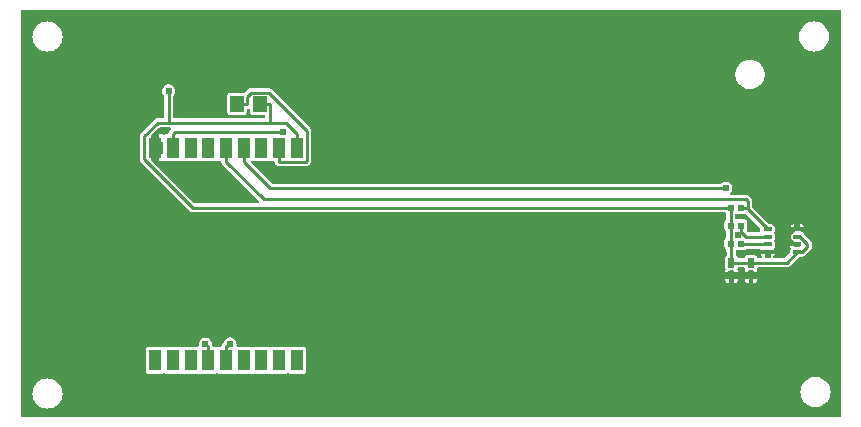
<source format=gtl>
G04 Layer: TopLayer*
G04 EasyEDA v6.5.47, 2024-12-05 11:28:38*
G04 e01d2f149ab64b4ea65648a7afd3b608,d06a1f6f384c4cbbbfe4d72778ff38a8,10*
G04 Gerber Generator version 0.2*
G04 Scale: 100 percent, Rotated: No, Reflected: No *
G04 Dimensions in millimeters *
G04 leading zeros omitted , absolute positions ,4 integer and 5 decimal *
%FSLAX45Y45*%
%MOMM*%

%AMMACRO1*21,1,$1,$2,0,0,$3*%
%ADD10C,0.2540*%
%ADD11MACRO1,0.54X0.5656X-90.0000*%
%ADD12MACRO1,0.54X0.7901X0.0000*%
%ADD13R,0.5400X0.7901*%
%ADD14R,1.1000X1.8000*%
%ADD15O,0.7670038X0.36400740000000004*%
%ADD16MACRO1,1.377X1.1325X90.0000*%
%ADD17C,0.6100*%
%ADD18C,0.0109*%

%LPD*%
G36*
X36068Y-3473958D02*
G01*
X32156Y-3473196D01*
X28905Y-3470960D01*
X26670Y-3467709D01*
X25908Y-3463798D01*
X25908Y-36068D01*
X26670Y-32156D01*
X28905Y-28905D01*
X32156Y-26670D01*
X36068Y-25908D01*
X6963918Y-25908D01*
X6967829Y-26670D01*
X6971080Y-28905D01*
X6973316Y-32156D01*
X6974078Y-36068D01*
X6974078Y-3463798D01*
X6973316Y-3467709D01*
X6971080Y-3470960D01*
X6967829Y-3473196D01*
X6963918Y-3473958D01*
G37*

%LPC*%
G36*
X254000Y-3404108D02*
G01*
X269392Y-3403142D01*
X284530Y-3400399D01*
X299212Y-3395827D01*
X313232Y-3389477D01*
X326440Y-3381501D01*
X338531Y-3372002D01*
X349402Y-3361131D01*
X358902Y-3349040D01*
X366877Y-3335832D01*
X373227Y-3321812D01*
X377799Y-3307130D01*
X380542Y-3291992D01*
X381508Y-3276600D01*
X380542Y-3261207D01*
X377799Y-3246069D01*
X373227Y-3231388D01*
X366877Y-3217367D01*
X358902Y-3204159D01*
X349402Y-3192068D01*
X338531Y-3181197D01*
X326440Y-3171698D01*
X313232Y-3163722D01*
X299212Y-3157372D01*
X284530Y-3152800D01*
X269392Y-3150057D01*
X254000Y-3149092D01*
X238607Y-3150057D01*
X223469Y-3152800D01*
X208788Y-3157372D01*
X194767Y-3163722D01*
X181559Y-3171698D01*
X169468Y-3181197D01*
X158597Y-3192068D01*
X149098Y-3204159D01*
X141122Y-3217367D01*
X134772Y-3231388D01*
X130200Y-3246069D01*
X127457Y-3261207D01*
X126492Y-3276600D01*
X127457Y-3291992D01*
X130200Y-3307130D01*
X134772Y-3321812D01*
X141122Y-3335832D01*
X149098Y-3349040D01*
X158597Y-3361131D01*
X169468Y-3372002D01*
X181559Y-3381501D01*
X194767Y-3389477D01*
X208788Y-3395827D01*
X223469Y-3400399D01*
X238607Y-3403142D01*
G37*
G36*
X6756400Y-3391408D02*
G01*
X6771792Y-3390442D01*
X6786930Y-3387699D01*
X6801612Y-3383127D01*
X6815632Y-3376777D01*
X6828840Y-3368801D01*
X6840931Y-3359302D01*
X6851802Y-3348431D01*
X6861302Y-3336340D01*
X6869277Y-3323132D01*
X6875627Y-3309112D01*
X6880199Y-3294430D01*
X6882942Y-3279292D01*
X6883908Y-3263900D01*
X6882942Y-3248507D01*
X6880199Y-3233369D01*
X6875627Y-3218688D01*
X6869277Y-3204667D01*
X6861302Y-3191459D01*
X6851802Y-3179368D01*
X6840931Y-3168497D01*
X6828840Y-3158998D01*
X6815632Y-3151022D01*
X6801612Y-3144672D01*
X6786930Y-3140100D01*
X6771792Y-3137357D01*
X6756400Y-3136392D01*
X6741007Y-3137357D01*
X6725869Y-3140100D01*
X6711188Y-3144672D01*
X6697167Y-3151022D01*
X6683959Y-3158998D01*
X6671868Y-3168497D01*
X6660997Y-3179368D01*
X6651498Y-3191459D01*
X6643522Y-3204667D01*
X6637172Y-3218688D01*
X6632600Y-3233369D01*
X6629857Y-3248507D01*
X6628892Y-3263900D01*
X6629857Y-3279292D01*
X6632600Y-3294430D01*
X6637172Y-3309112D01*
X6643522Y-3323132D01*
X6651498Y-3336340D01*
X6660997Y-3348431D01*
X6671868Y-3359302D01*
X6683959Y-3368801D01*
X6697167Y-3376777D01*
X6711188Y-3383127D01*
X6725869Y-3387699D01*
X6741007Y-3390442D01*
G37*
G36*
X1110894Y-3111398D02*
G01*
X1219708Y-3111398D01*
X1226058Y-3110687D01*
X1231493Y-3108807D01*
X1234897Y-3106674D01*
X1238402Y-3105302D01*
X1242212Y-3105302D01*
X1245717Y-3106674D01*
X1249070Y-3108807D01*
X1254556Y-3110687D01*
X1260856Y-3111398D01*
X1369720Y-3111398D01*
X1376070Y-3110687D01*
X1381506Y-3108807D01*
X1384909Y-3106674D01*
X1388414Y-3105302D01*
X1392174Y-3105302D01*
X1395679Y-3106674D01*
X1399082Y-3108807D01*
X1404569Y-3110687D01*
X1410868Y-3111398D01*
X1519732Y-3111398D01*
X1526032Y-3110687D01*
X1531518Y-3108807D01*
X1534871Y-3106674D01*
X1538427Y-3105302D01*
X1542186Y-3105302D01*
X1545691Y-3106674D01*
X1549095Y-3108807D01*
X1554530Y-3110687D01*
X1560880Y-3111398D01*
X1669745Y-3111398D01*
X1676044Y-3110687D01*
X1681530Y-3108807D01*
X1684883Y-3106674D01*
X1688388Y-3105302D01*
X1692198Y-3105302D01*
X1695704Y-3106674D01*
X1699107Y-3108807D01*
X1704543Y-3110687D01*
X1710893Y-3111398D01*
X1819706Y-3111398D01*
X1826056Y-3110687D01*
X1831492Y-3108807D01*
X1834896Y-3106674D01*
X1838401Y-3105302D01*
X1842211Y-3105302D01*
X1845716Y-3106674D01*
X1849069Y-3108807D01*
X1854555Y-3110687D01*
X1860854Y-3111398D01*
X1969719Y-3111398D01*
X1976069Y-3110687D01*
X1981504Y-3108807D01*
X1984908Y-3106674D01*
X1988413Y-3105302D01*
X1992172Y-3105302D01*
X1995728Y-3106674D01*
X1999081Y-3108807D01*
X2004568Y-3110687D01*
X2010867Y-3111398D01*
X2119731Y-3111398D01*
X2126030Y-3110687D01*
X2131517Y-3108807D01*
X2134870Y-3106674D01*
X2138426Y-3105302D01*
X2142185Y-3105302D01*
X2145690Y-3106674D01*
X2149094Y-3108807D01*
X2154529Y-3110687D01*
X2160879Y-3111398D01*
X2269744Y-3111398D01*
X2276043Y-3110687D01*
X2281529Y-3108807D01*
X2284882Y-3106674D01*
X2288387Y-3105302D01*
X2292197Y-3105302D01*
X2295702Y-3106674D01*
X2299106Y-3108807D01*
X2304542Y-3110687D01*
X2310892Y-3111398D01*
X2419705Y-3111398D01*
X2426055Y-3110687D01*
X2431491Y-3108807D01*
X2436418Y-3105708D01*
X2440482Y-3101594D01*
X2443581Y-3096717D01*
X2445512Y-3091230D01*
X2446223Y-3084931D01*
X2446223Y-2906064D01*
X2445512Y-2899765D01*
X2443581Y-2894279D01*
X2440482Y-2889402D01*
X2436418Y-2885287D01*
X2431491Y-2882239D01*
X2426055Y-2880309D01*
X2419705Y-2879598D01*
X2310892Y-2879598D01*
X2304542Y-2880309D01*
X2299106Y-2882239D01*
X2295702Y-2884322D01*
X2292197Y-2885744D01*
X2288387Y-2885744D01*
X2284882Y-2884322D01*
X2281529Y-2882239D01*
X2276043Y-2880309D01*
X2269744Y-2879598D01*
X2160879Y-2879598D01*
X2154529Y-2880309D01*
X2149094Y-2882239D01*
X2145690Y-2884322D01*
X2142185Y-2885744D01*
X2138426Y-2885744D01*
X2134870Y-2884322D01*
X2131517Y-2882239D01*
X2126030Y-2880309D01*
X2119731Y-2879598D01*
X2010867Y-2879598D01*
X2004568Y-2880309D01*
X1999081Y-2882239D01*
X1995728Y-2884322D01*
X1992172Y-2885744D01*
X1988413Y-2885744D01*
X1984908Y-2884322D01*
X1981504Y-2882239D01*
X1976069Y-2880309D01*
X1969719Y-2879598D01*
X1864156Y-2879598D01*
X1860499Y-2878937D01*
X1857349Y-2877007D01*
X1855114Y-2874111D01*
X1854047Y-2870606D01*
X1855165Y-2857144D01*
X1854301Y-2847340D01*
X1851761Y-2837840D01*
X1847596Y-2828950D01*
X1841957Y-2820873D01*
X1834997Y-2813913D01*
X1826971Y-2808325D01*
X1818081Y-2804160D01*
X1808581Y-2801620D01*
X1798777Y-2800756D01*
X1788972Y-2801620D01*
X1779473Y-2804160D01*
X1770583Y-2808325D01*
X1762556Y-2813913D01*
X1755597Y-2820873D01*
X1749958Y-2828950D01*
X1745792Y-2837840D01*
X1744573Y-2842514D01*
X1743303Y-2845409D01*
X1741170Y-2847746D01*
X1738020Y-2850337D01*
X1733245Y-2856179D01*
X1729689Y-2862834D01*
X1726387Y-2874010D01*
X1724152Y-2876956D01*
X1721002Y-2878937D01*
X1717344Y-2879598D01*
X1710893Y-2879598D01*
X1704543Y-2880309D01*
X1699107Y-2882239D01*
X1695704Y-2884322D01*
X1692198Y-2885744D01*
X1688388Y-2885744D01*
X1684883Y-2884322D01*
X1681530Y-2882239D01*
X1676044Y-2880309D01*
X1669745Y-2879598D01*
X1663242Y-2879598D01*
X1659585Y-2878937D01*
X1656435Y-2876956D01*
X1654200Y-2874010D01*
X1650898Y-2862834D01*
X1647494Y-2856484D01*
X1646377Y-2852572D01*
X1646021Y-2848914D01*
X1643481Y-2839415D01*
X1639316Y-2830525D01*
X1633728Y-2822448D01*
X1626768Y-2815488D01*
X1618691Y-2809900D01*
X1609801Y-2805734D01*
X1600301Y-2803194D01*
X1590548Y-2802331D01*
X1580743Y-2803194D01*
X1571244Y-2805734D01*
X1562354Y-2809900D01*
X1554276Y-2815488D01*
X1547317Y-2822448D01*
X1541729Y-2830525D01*
X1537563Y-2839415D01*
X1535023Y-2848914D01*
X1534160Y-2858719D01*
X1535074Y-2869082D01*
X1534464Y-2873502D01*
X1532026Y-2877210D01*
X1528216Y-2879547D01*
X1523796Y-2880055D01*
X1519732Y-2879598D01*
X1410868Y-2879598D01*
X1404569Y-2880309D01*
X1399082Y-2882239D01*
X1395679Y-2884322D01*
X1392174Y-2885744D01*
X1388414Y-2885744D01*
X1384909Y-2884322D01*
X1381506Y-2882239D01*
X1376070Y-2880309D01*
X1369720Y-2879598D01*
X1260856Y-2879598D01*
X1254556Y-2880309D01*
X1249070Y-2882239D01*
X1245717Y-2884322D01*
X1242212Y-2885744D01*
X1238402Y-2885744D01*
X1234897Y-2884322D01*
X1231493Y-2882239D01*
X1226058Y-2880309D01*
X1219708Y-2879598D01*
X1110894Y-2879598D01*
X1104544Y-2880309D01*
X1099108Y-2882239D01*
X1094181Y-2885287D01*
X1090117Y-2889402D01*
X1087018Y-2894279D01*
X1085088Y-2899765D01*
X1084376Y-2906064D01*
X1084376Y-3084931D01*
X1085088Y-3091230D01*
X1087018Y-3096717D01*
X1090117Y-3101594D01*
X1094181Y-3105708D01*
X1099108Y-3108807D01*
X1104544Y-3110687D01*
G37*
G36*
X6183884Y-2342438D02*
G01*
X6190437Y-2342438D01*
X6190437Y-2303119D01*
X6157417Y-2303119D01*
X6157417Y-2315921D01*
X6158128Y-2322271D01*
X6160008Y-2327706D01*
X6163106Y-2332634D01*
X6167170Y-2336698D01*
X6172098Y-2339797D01*
X6177534Y-2341727D01*
G37*
G36*
X6065062Y-2342438D02*
G01*
X6071616Y-2342438D01*
X6077966Y-2341727D01*
X6083401Y-2339797D01*
X6088329Y-2336698D01*
X6092393Y-2332634D01*
X6095492Y-2327706D01*
X6097371Y-2322271D01*
X6098133Y-2315921D01*
X6098133Y-2303119D01*
X6065062Y-2303119D01*
G37*
G36*
X6018784Y-2342438D02*
G01*
X6025337Y-2342438D01*
X6025337Y-2303119D01*
X5992317Y-2303119D01*
X5992317Y-2315921D01*
X5993028Y-2322271D01*
X5994908Y-2327706D01*
X5998006Y-2332634D01*
X6002070Y-2336698D01*
X6006998Y-2339797D01*
X6012434Y-2341727D01*
G37*
G36*
X6230162Y-2342438D02*
G01*
X6236716Y-2342438D01*
X6243066Y-2341727D01*
X6248501Y-2339797D01*
X6253429Y-2336698D01*
X6257493Y-2332634D01*
X6260592Y-2327706D01*
X6262471Y-2322271D01*
X6263233Y-2315921D01*
X6263233Y-2303119D01*
X6230162Y-2303119D01*
G37*
G36*
X5992317Y-2250897D02*
G01*
X6025337Y-2250897D01*
X6025337Y-2243582D01*
X6026099Y-2239670D01*
X6028334Y-2236368D01*
X6031636Y-2234184D01*
X6035497Y-2233422D01*
X6054902Y-2233422D01*
X6058763Y-2234184D01*
X6062065Y-2236368D01*
X6064300Y-2239670D01*
X6065062Y-2243582D01*
X6065062Y-2250897D01*
X6098133Y-2250897D01*
X6098133Y-2238095D01*
X6097371Y-2231745D01*
X6095339Y-2225852D01*
X6094780Y-2222500D01*
X6095339Y-2219147D01*
X6097320Y-2213406D01*
X6099505Y-2209850D01*
X6102858Y-2207463D01*
X6106922Y-2206599D01*
X6148578Y-2206599D01*
X6152642Y-2207463D01*
X6155994Y-2209850D01*
X6158179Y-2213406D01*
X6160160Y-2219147D01*
X6160719Y-2222500D01*
X6160160Y-2225852D01*
X6158128Y-2231745D01*
X6157417Y-2238095D01*
X6157417Y-2250897D01*
X6190437Y-2250897D01*
X6190437Y-2243582D01*
X6191199Y-2239670D01*
X6193434Y-2236368D01*
X6196736Y-2234184D01*
X6200597Y-2233422D01*
X6220002Y-2233422D01*
X6223863Y-2234184D01*
X6227165Y-2236368D01*
X6229400Y-2239670D01*
X6230162Y-2243582D01*
X6230162Y-2250897D01*
X6263233Y-2250897D01*
X6263233Y-2238095D01*
X6262471Y-2231745D01*
X6260439Y-2225852D01*
X6259880Y-2222500D01*
X6260439Y-2219147D01*
X6262420Y-2213406D01*
X6264605Y-2209850D01*
X6267958Y-2207463D01*
X6272022Y-2206599D01*
X6513068Y-2206599D01*
X6521094Y-2205786D01*
X6528307Y-2203602D01*
X6535013Y-2200046D01*
X6541211Y-2194915D01*
X6610350Y-2125827D01*
X6613652Y-2123592D01*
X6617563Y-2122830D01*
X6622542Y-2122830D01*
X6631076Y-2122017D01*
X6638899Y-2119833D01*
X6642049Y-2118258D01*
X6645605Y-2117242D01*
X6652768Y-2116531D01*
X6659981Y-2114346D01*
X6666636Y-2110790D01*
X6672884Y-2105660D01*
X6714591Y-2063953D01*
X6719722Y-2057704D01*
X6723278Y-2051050D01*
X6725462Y-2043836D01*
X6726275Y-2035810D01*
X6726275Y-2013000D01*
X6725462Y-2004974D01*
X6723278Y-1997760D01*
X6719722Y-1991106D01*
X6714591Y-1984857D01*
X6666280Y-1936546D01*
X6663994Y-1933041D01*
X6662420Y-1929079D01*
X6657797Y-1921560D01*
X6656425Y-1918055D01*
X6656425Y-1914347D01*
X6657797Y-1910842D01*
X6662420Y-1903323D01*
X6664045Y-1899157D01*
X6627215Y-1899157D01*
X6624929Y-1902053D01*
X6621830Y-1903933D01*
X6618224Y-1904593D01*
X6587490Y-1904593D01*
X6583883Y-1903933D01*
X6580733Y-1902053D01*
X6578498Y-1899157D01*
X6541617Y-1899157D01*
X6543243Y-1903323D01*
X6547916Y-1910842D01*
X6549237Y-1914347D01*
X6549237Y-1918055D01*
X6547916Y-1921560D01*
X6543243Y-1929079D01*
X6540296Y-1936648D01*
X6538823Y-1944624D01*
X6538823Y-1952752D01*
X6540296Y-1960778D01*
X6543243Y-1968347D01*
X6547916Y-1975866D01*
X6549237Y-1979320D01*
X6549237Y-1983079D01*
X6547916Y-1986534D01*
X6543243Y-1994052D01*
X6541617Y-1998268D01*
X6578498Y-1998268D01*
X6580733Y-1995373D01*
X6583883Y-1993493D01*
X6587490Y-1992833D01*
X6609130Y-1992833D01*
X6612991Y-1993595D01*
X6616293Y-1995779D01*
X6632346Y-2011781D01*
X6634683Y-2015439D01*
X6635292Y-2019706D01*
X6634073Y-2023821D01*
X6631279Y-2027123D01*
X6627368Y-2028901D01*
X6625081Y-2031949D01*
X6621932Y-2033930D01*
X6618224Y-2034590D01*
X6587490Y-2034590D01*
X6583883Y-2033930D01*
X6580733Y-2032050D01*
X6578498Y-2029155D01*
X6541617Y-2029155D01*
X6543243Y-2033320D01*
X6547916Y-2040839D01*
X6549237Y-2044344D01*
X6549237Y-2048052D01*
X6547916Y-2051557D01*
X6543243Y-2059076D01*
X6540296Y-2066645D01*
X6538823Y-2074621D01*
X6538874Y-2083866D01*
X6538112Y-2087778D01*
X6535877Y-2091080D01*
X6500571Y-2126386D01*
X6497269Y-2128621D01*
X6493357Y-2129383D01*
X6407353Y-2129383D01*
X6403492Y-2128621D01*
X6400241Y-2126488D01*
X6398006Y-2123287D01*
X6397193Y-2119477D01*
X6397853Y-2115616D01*
X6399885Y-2112314D01*
X6406489Y-2105202D01*
X6410756Y-2098344D01*
X6412382Y-2094179D01*
X6376670Y-2094179D01*
X6376670Y-2119223D01*
X6375908Y-2123135D01*
X6373723Y-2126386D01*
X6370421Y-2128621D01*
X6366510Y-2129383D01*
X6335776Y-2129383D01*
X6331915Y-2128621D01*
X6328613Y-2126386D01*
X6326378Y-2123135D01*
X6325616Y-2119223D01*
X6325616Y-2094179D01*
X6289954Y-2094179D01*
X6291580Y-2098344D01*
X6295796Y-2105202D01*
X6302400Y-2112314D01*
X6304483Y-2115616D01*
X6305143Y-2119477D01*
X6304280Y-2123287D01*
X6302044Y-2126488D01*
X6298793Y-2128621D01*
X6294983Y-2129383D01*
X6272022Y-2129383D01*
X6267958Y-2128520D01*
X6264605Y-2126132D01*
X6262420Y-2122576D01*
X6260592Y-2117293D01*
X6257493Y-2112365D01*
X6253429Y-2108301D01*
X6248501Y-2105202D01*
X6243066Y-2103272D01*
X6236716Y-2102561D01*
X6183884Y-2102561D01*
X6177534Y-2103272D01*
X6172098Y-2105202D01*
X6167170Y-2108301D01*
X6163106Y-2112365D01*
X6160008Y-2117293D01*
X6158179Y-2122576D01*
X6155994Y-2126132D01*
X6152642Y-2128520D01*
X6148578Y-2129383D01*
X6106922Y-2129383D01*
X6102858Y-2128520D01*
X6099505Y-2126132D01*
X6097320Y-2122576D01*
X6095492Y-2117293D01*
X6092393Y-2112365D01*
X6085890Y-2106015D01*
X6084366Y-2103069D01*
X6083808Y-2099818D01*
X6083808Y-2069185D01*
X6084671Y-2065020D01*
X6087211Y-2061616D01*
X6090869Y-2059482D01*
X6095085Y-2059076D01*
X6098844Y-2059533D01*
X6154318Y-2059533D01*
X6160617Y-2058771D01*
X6166053Y-2056892D01*
X6174079Y-2051659D01*
X6177584Y-2050745D01*
X6182360Y-2051507D01*
X6190386Y-2052320D01*
X6279337Y-2052320D01*
X6283198Y-2053082D01*
X6286449Y-2055215D01*
X6288684Y-2058466D01*
X6289497Y-2062276D01*
X6289344Y-2063292D01*
X6326784Y-2063292D01*
X6329019Y-2060397D01*
X6332169Y-2058466D01*
X6335776Y-2057806D01*
X6366510Y-2057806D01*
X6370116Y-2058466D01*
X6373266Y-2060397D01*
X6375501Y-2063292D01*
X6412382Y-2063292D01*
X6410756Y-2059076D01*
X6406083Y-2051557D01*
X6404762Y-2048052D01*
X6404762Y-2044344D01*
X6406083Y-2040839D01*
X6410756Y-2033320D01*
X6413703Y-2025751D01*
X6415176Y-2017775D01*
X6415176Y-2009648D01*
X6413703Y-2001621D01*
X6410756Y-1994052D01*
X6406083Y-1986534D01*
X6404762Y-1983079D01*
X6404762Y-1979320D01*
X6406083Y-1975866D01*
X6410756Y-1968347D01*
X6413703Y-1960778D01*
X6415176Y-1952752D01*
X6415176Y-1944624D01*
X6413703Y-1936648D01*
X6410756Y-1929079D01*
X6406083Y-1921560D01*
X6404762Y-1918055D01*
X6404762Y-1914347D01*
X6406083Y-1910842D01*
X6410756Y-1903323D01*
X6413703Y-1895754D01*
X6415176Y-1887778D01*
X6415176Y-1879650D01*
X6413703Y-1871624D01*
X6410756Y-1864055D01*
X6406489Y-1857146D01*
X6401003Y-1851152D01*
X6394500Y-1846224D01*
X6387236Y-1842617D01*
X6379413Y-1840382D01*
X6370828Y-1839569D01*
X6365849Y-1839569D01*
X6361988Y-1838807D01*
X6358686Y-1836623D01*
X6224371Y-1702307D01*
X6222187Y-1699006D01*
X6221425Y-1695145D01*
X6221425Y-1649272D01*
X6220612Y-1641246D01*
X6218428Y-1634032D01*
X6214872Y-1627327D01*
X6209741Y-1621129D01*
X6195517Y-1606905D01*
X6189268Y-1601774D01*
X6182614Y-1598218D01*
X6175400Y-1596034D01*
X6167374Y-1595221D01*
X6043828Y-1595221D01*
X6039967Y-1594459D01*
X6036665Y-1592224D01*
X6034430Y-1588973D01*
X6033668Y-1585061D01*
X6034430Y-1581150D01*
X6036665Y-1577898D01*
X6040729Y-1573784D01*
X6046368Y-1565757D01*
X6050534Y-1556867D01*
X6053074Y-1547368D01*
X6053937Y-1537563D01*
X6053074Y-1527759D01*
X6050534Y-1518259D01*
X6046368Y-1509369D01*
X6040729Y-1501343D01*
X6033770Y-1494383D01*
X6025743Y-1488744D01*
X6016853Y-1484579D01*
X6007354Y-1482039D01*
X5997549Y-1481175D01*
X5987745Y-1482039D01*
X5978245Y-1484579D01*
X5969355Y-1488744D01*
X5961329Y-1494383D01*
X5959703Y-1495958D01*
X5956401Y-1498193D01*
X5952540Y-1498955D01*
X2159660Y-1498955D01*
X2155799Y-1498193D01*
X2152497Y-1495958D01*
X1980539Y-1324051D01*
X1978507Y-1321054D01*
X1977593Y-1317548D01*
X1977999Y-1313942D01*
X1979675Y-1310690D01*
X1982317Y-1308252D01*
X1984908Y-1306677D01*
X1988413Y-1305306D01*
X1992172Y-1305306D01*
X1995728Y-1306677D01*
X1999081Y-1308811D01*
X2004568Y-1310690D01*
X2010867Y-1311402D01*
X2119731Y-1311402D01*
X2126030Y-1310690D01*
X2131517Y-1308811D01*
X2134870Y-1306677D01*
X2138426Y-1305306D01*
X2142185Y-1305306D01*
X2145690Y-1306677D01*
X2149094Y-1308811D01*
X2154529Y-1310690D01*
X2160879Y-1311402D01*
X2167331Y-1311402D01*
X2170988Y-1312113D01*
X2174189Y-1314043D01*
X2176424Y-1316990D01*
X2179675Y-1328166D01*
X2183231Y-1334820D01*
X2188057Y-1340662D01*
X2194102Y-1345641D01*
X2200757Y-1349197D01*
X2207971Y-1351381D01*
X2215997Y-1352194D01*
X2440482Y-1352194D01*
X2448509Y-1351381D01*
X2455722Y-1349197D01*
X2462428Y-1345641D01*
X2468626Y-1340510D01*
X2475331Y-1333855D01*
X2480462Y-1327607D01*
X2484018Y-1320952D01*
X2486202Y-1313738D01*
X2486964Y-1305712D01*
X2486964Y-1050442D01*
X2486202Y-1042416D01*
X2484018Y-1035202D01*
X2480462Y-1028547D01*
X2475331Y-1022299D01*
X2154631Y-701598D01*
X2148382Y-696468D01*
X2141728Y-692912D01*
X2134514Y-690727D01*
X2126488Y-689965D01*
X1977745Y-689965D01*
X1969719Y-690727D01*
X1962505Y-692912D01*
X1955850Y-696468D01*
X1949602Y-701598D01*
X1923389Y-727811D01*
X1919630Y-730199D01*
X1915261Y-730758D01*
X1803095Y-730758D01*
X1796796Y-731469D01*
X1791309Y-733348D01*
X1786432Y-736447D01*
X1782318Y-740511D01*
X1779270Y-745439D01*
X1777339Y-750874D01*
X1776628Y-757224D01*
X1776628Y-893775D01*
X1777339Y-900125D01*
X1779270Y-905560D01*
X1782318Y-910488D01*
X1786432Y-914552D01*
X1791309Y-917651D01*
X1796796Y-919530D01*
X1803095Y-920242D01*
X1915210Y-920242D01*
X1921560Y-919530D01*
X1926996Y-917651D01*
X1931924Y-914552D01*
X1935988Y-910488D01*
X1939086Y-905560D01*
X1941017Y-900125D01*
X1941728Y-893775D01*
X1941728Y-873455D01*
X1942388Y-869797D01*
X1944319Y-866648D01*
X1947316Y-864412D01*
X1956765Y-861618D01*
X1960524Y-861212D01*
X1964182Y-862228D01*
X1967179Y-864463D01*
X1969211Y-867664D01*
X1969871Y-871372D01*
X1969871Y-893775D01*
X1970582Y-900125D01*
X1972513Y-905560D01*
X1975612Y-910488D01*
X1979675Y-914552D01*
X1984603Y-917651D01*
X1990039Y-919530D01*
X1996389Y-920242D01*
X2088184Y-920242D01*
X2092096Y-921054D01*
X2095398Y-923239D01*
X2097582Y-926541D01*
X2098395Y-930402D01*
X2098395Y-935075D01*
X2097582Y-938987D01*
X2095398Y-942238D01*
X2092096Y-944473D01*
X2088184Y-945235D01*
X1328521Y-945235D01*
X1324610Y-944473D01*
X1321358Y-942238D01*
X1319123Y-938987D01*
X1318361Y-935075D01*
X1318361Y-759256D01*
X1319123Y-755396D01*
X1321358Y-752094D01*
X1322933Y-750468D01*
X1328572Y-742442D01*
X1332738Y-733552D01*
X1335278Y-724052D01*
X1336141Y-714248D01*
X1335278Y-704443D01*
X1332738Y-694944D01*
X1328572Y-686054D01*
X1322933Y-678027D01*
X1315974Y-671068D01*
X1307947Y-665429D01*
X1299057Y-661263D01*
X1289558Y-658723D01*
X1279753Y-657860D01*
X1269949Y-658723D01*
X1260449Y-661263D01*
X1251559Y-665429D01*
X1243533Y-671068D01*
X1236573Y-678027D01*
X1230934Y-686054D01*
X1226769Y-694944D01*
X1224229Y-704443D01*
X1223365Y-714248D01*
X1224229Y-724052D01*
X1226769Y-733552D01*
X1230934Y-742442D01*
X1236573Y-750468D01*
X1238148Y-752094D01*
X1240383Y-755396D01*
X1241145Y-759256D01*
X1241145Y-935075D01*
X1240383Y-938987D01*
X1238148Y-942238D01*
X1234897Y-944473D01*
X1230985Y-945235D01*
X1187196Y-945235D01*
X1179169Y-946048D01*
X1171956Y-948232D01*
X1165250Y-951788D01*
X1159052Y-956919D01*
X1046276Y-1069695D01*
X1041146Y-1075893D01*
X1037590Y-1082598D01*
X1035405Y-1089812D01*
X1034592Y-1097838D01*
X1034592Y-1292250D01*
X1035405Y-1300276D01*
X1037590Y-1307490D01*
X1041146Y-1314196D01*
X1046276Y-1320393D01*
X1454607Y-1728724D01*
X1460804Y-1733854D01*
X1467510Y-1737410D01*
X1474724Y-1739595D01*
X1482750Y-1740407D01*
X5983071Y-1740407D01*
X5986322Y-1740966D01*
X5989269Y-1742490D01*
X5995619Y-1748993D01*
X5999175Y-1751939D01*
X6000851Y-1754886D01*
X6001410Y-1758238D01*
X6001410Y-1797761D01*
X6000851Y-1801114D01*
X5999175Y-1804060D01*
X5995619Y-1807006D01*
X5991555Y-1811070D01*
X5988456Y-1815998D01*
X5986526Y-1821434D01*
X5985814Y-1827784D01*
X5985814Y-1880616D01*
X5986526Y-1886966D01*
X5988456Y-1892401D01*
X5991555Y-1897329D01*
X5995619Y-1901393D01*
X5999175Y-1904339D01*
X6000851Y-1907286D01*
X6001410Y-1910638D01*
X6001410Y-1950161D01*
X6000851Y-1953514D01*
X5999175Y-1956460D01*
X5995619Y-1959406D01*
X5991555Y-1963470D01*
X5988456Y-1968398D01*
X5986526Y-1973834D01*
X5985814Y-1980184D01*
X5985814Y-2033016D01*
X5986526Y-2039366D01*
X5988456Y-2044801D01*
X5991555Y-2049729D01*
X5995619Y-2053793D01*
X5999124Y-2056587D01*
X6000750Y-2059178D01*
X6001512Y-2062175D01*
X6002223Y-2069033D01*
X6004407Y-2076246D01*
X6006287Y-2080463D01*
X6006592Y-2082901D01*
X6006592Y-2099818D01*
X6006033Y-2103069D01*
X6004509Y-2106015D01*
X5998006Y-2112365D01*
X5994908Y-2117293D01*
X5993028Y-2122728D01*
X5992317Y-2129078D01*
X5992317Y-2206904D01*
X5993028Y-2213254D01*
X5995060Y-2219147D01*
X5995619Y-2222500D01*
X5995060Y-2225852D01*
X5993028Y-2231745D01*
X5992317Y-2238095D01*
G37*
G36*
X6541617Y-1868271D02*
G01*
X6577330Y-1868271D01*
X6577330Y-1840128D01*
X6574586Y-1840382D01*
X6566763Y-1842617D01*
X6559499Y-1846224D01*
X6552996Y-1851152D01*
X6547510Y-1857146D01*
X6543243Y-1864055D01*
G37*
G36*
X6628384Y-1868271D02*
G01*
X6664045Y-1868271D01*
X6662420Y-1864055D01*
X6658152Y-1857146D01*
X6652666Y-1851152D01*
X6646214Y-1846224D01*
X6638899Y-1842617D01*
X6631076Y-1840382D01*
X6628384Y-1840128D01*
G37*
G36*
X6201511Y-699414D02*
G01*
X6216548Y-698500D01*
X6231382Y-695756D01*
X6245758Y-691286D01*
X6259525Y-685088D01*
X6272428Y-677316D01*
X6284315Y-668020D01*
X6294983Y-657352D01*
X6304280Y-645464D01*
X6312052Y-632561D01*
X6318250Y-618794D01*
X6322720Y-604418D01*
X6325463Y-589584D01*
X6326378Y-574548D01*
X6325463Y-559460D01*
X6322720Y-544626D01*
X6318250Y-530250D01*
X6312052Y-516483D01*
X6304280Y-503580D01*
X6294983Y-491693D01*
X6284315Y-481025D01*
X6272428Y-471728D01*
X6259525Y-463956D01*
X6245758Y-457758D01*
X6231382Y-453288D01*
X6216548Y-450545D01*
X6201511Y-449630D01*
X6186424Y-450545D01*
X6171590Y-453288D01*
X6157214Y-457758D01*
X6143447Y-463956D01*
X6130544Y-471728D01*
X6118656Y-481025D01*
X6107988Y-491693D01*
X6098692Y-503580D01*
X6090920Y-516483D01*
X6084722Y-530250D01*
X6080252Y-544626D01*
X6077508Y-559460D01*
X6076594Y-574548D01*
X6077508Y-589584D01*
X6080252Y-604418D01*
X6084722Y-618794D01*
X6090920Y-632561D01*
X6098692Y-645464D01*
X6107988Y-657352D01*
X6118656Y-668020D01*
X6130544Y-677316D01*
X6143447Y-685088D01*
X6157214Y-691286D01*
X6171590Y-695756D01*
X6186424Y-698500D01*
G37*
G36*
X6743700Y-381508D02*
G01*
X6759092Y-380542D01*
X6774230Y-377799D01*
X6788912Y-373227D01*
X6802932Y-366877D01*
X6816140Y-358902D01*
X6828231Y-349402D01*
X6839102Y-338531D01*
X6848602Y-326440D01*
X6856577Y-313232D01*
X6862927Y-299212D01*
X6867499Y-284530D01*
X6870242Y-269392D01*
X6871208Y-254000D01*
X6870242Y-238607D01*
X6867499Y-223469D01*
X6862927Y-208788D01*
X6856577Y-194767D01*
X6848602Y-181559D01*
X6839102Y-169468D01*
X6828231Y-158597D01*
X6816140Y-149098D01*
X6802932Y-141122D01*
X6788912Y-134772D01*
X6774230Y-130200D01*
X6759092Y-127457D01*
X6743700Y-126492D01*
X6728307Y-127457D01*
X6713169Y-130200D01*
X6698488Y-134772D01*
X6684467Y-141122D01*
X6671259Y-149098D01*
X6659168Y-158597D01*
X6648297Y-169468D01*
X6638798Y-181559D01*
X6630822Y-194767D01*
X6624472Y-208788D01*
X6619900Y-223469D01*
X6617157Y-238607D01*
X6616192Y-254000D01*
X6617157Y-269392D01*
X6619900Y-284530D01*
X6624472Y-299212D01*
X6630822Y-313232D01*
X6638798Y-326440D01*
X6648297Y-338531D01*
X6659168Y-349402D01*
X6671259Y-358902D01*
X6684467Y-366877D01*
X6698488Y-373227D01*
X6713169Y-377799D01*
X6728307Y-380542D01*
G37*
G36*
X254000Y-381508D02*
G01*
X269392Y-380542D01*
X284530Y-377799D01*
X299212Y-373227D01*
X313232Y-366877D01*
X326440Y-358902D01*
X338531Y-349402D01*
X349402Y-338531D01*
X358902Y-326440D01*
X366877Y-313232D01*
X373227Y-299212D01*
X377799Y-284530D01*
X380542Y-269392D01*
X381508Y-254000D01*
X380542Y-238607D01*
X377799Y-223469D01*
X373227Y-208788D01*
X366877Y-194767D01*
X358902Y-181559D01*
X349402Y-169468D01*
X338531Y-158597D01*
X326440Y-149098D01*
X313232Y-141122D01*
X299212Y-134772D01*
X284530Y-130200D01*
X269392Y-127457D01*
X254000Y-126492D01*
X238607Y-127457D01*
X223469Y-130200D01*
X208788Y-134772D01*
X194767Y-141122D01*
X181559Y-149098D01*
X169468Y-158597D01*
X158597Y-169468D01*
X149098Y-181559D01*
X141122Y-194767D01*
X134772Y-208788D01*
X130200Y-223469D01*
X127457Y-238607D01*
X126492Y-254000D01*
X127457Y-269392D01*
X130200Y-284530D01*
X134772Y-299212D01*
X141122Y-313232D01*
X149098Y-326440D01*
X158597Y-338531D01*
X169468Y-349402D01*
X181559Y-358902D01*
X194767Y-366877D01*
X208788Y-373227D01*
X223469Y-377799D01*
X238607Y-380542D01*
G37*

%LPD*%
G36*
X1502460Y-1663192D02*
G01*
X1498549Y-1662430D01*
X1495247Y-1660194D01*
X1134414Y-1299362D01*
X1132230Y-1296111D01*
X1131468Y-1292199D01*
X1131468Y-1246835D01*
X1121968Y-1246835D01*
X1118057Y-1246073D01*
X1114806Y-1243888D01*
X1112570Y-1240586D01*
X1111808Y-1236675D01*
X1111808Y-1154328D01*
X1112570Y-1150416D01*
X1114806Y-1147114D01*
X1118057Y-1144930D01*
X1121968Y-1144168D01*
X1131468Y-1144168D01*
X1131468Y-1097889D01*
X1132230Y-1093978D01*
X1134414Y-1090726D01*
X1199692Y-1025448D01*
X1202994Y-1023213D01*
X1206906Y-1022451D01*
X1291285Y-1022451D01*
X1295196Y-1023213D01*
X1298498Y-1025448D01*
X1300683Y-1028700D01*
X1301445Y-1032611D01*
X1300683Y-1036523D01*
X1298498Y-1039774D01*
X1288338Y-1049934D01*
X1283208Y-1056182D01*
X1279652Y-1062837D01*
X1276400Y-1074013D01*
X1274165Y-1076960D01*
X1270965Y-1078890D01*
X1267307Y-1079601D01*
X1260856Y-1079601D01*
X1254556Y-1080312D01*
X1249070Y-1082192D01*
X1245717Y-1084326D01*
X1242212Y-1085697D01*
X1238402Y-1085697D01*
X1234897Y-1084326D01*
X1231493Y-1082192D01*
X1226058Y-1080312D01*
X1219708Y-1079601D01*
X1199134Y-1079601D01*
X1199134Y-1144168D01*
X1224229Y-1144168D01*
X1228140Y-1144930D01*
X1231392Y-1147114D01*
X1233627Y-1150416D01*
X1234389Y-1154328D01*
X1234389Y-1236675D01*
X1233627Y-1240586D01*
X1231392Y-1243888D01*
X1228140Y-1246073D01*
X1224229Y-1246835D01*
X1199134Y-1246835D01*
X1199134Y-1311402D01*
X1219708Y-1311402D01*
X1226058Y-1310690D01*
X1231493Y-1308811D01*
X1234897Y-1306677D01*
X1238402Y-1305306D01*
X1242212Y-1305306D01*
X1245717Y-1306677D01*
X1249070Y-1308811D01*
X1254556Y-1310690D01*
X1260856Y-1311402D01*
X1369720Y-1311402D01*
X1376070Y-1310690D01*
X1381506Y-1308811D01*
X1384909Y-1306677D01*
X1388414Y-1305306D01*
X1392174Y-1305306D01*
X1395679Y-1306677D01*
X1399082Y-1308811D01*
X1404569Y-1310690D01*
X1410868Y-1311402D01*
X1519732Y-1311402D01*
X1526032Y-1310690D01*
X1531518Y-1308811D01*
X1534871Y-1306677D01*
X1538427Y-1305306D01*
X1542186Y-1305306D01*
X1545691Y-1306677D01*
X1549095Y-1308811D01*
X1554530Y-1310690D01*
X1560880Y-1311402D01*
X1669745Y-1311402D01*
X1676044Y-1310690D01*
X1681530Y-1308811D01*
X1684883Y-1306677D01*
X1688388Y-1305255D01*
X1692198Y-1305255D01*
X1695704Y-1306677D01*
X1699107Y-1308811D01*
X1704543Y-1310690D01*
X1710893Y-1311402D01*
X1717344Y-1311402D01*
X1721002Y-1312113D01*
X1724152Y-1314043D01*
X1726387Y-1316990D01*
X1729689Y-1328166D01*
X1733245Y-1334820D01*
X1738375Y-1341069D01*
X2043125Y-1645869D01*
X2045360Y-1649120D01*
X2046122Y-1653032D01*
X2045360Y-1656943D01*
X2043125Y-1660194D01*
X2039823Y-1662430D01*
X2035962Y-1663192D01*
G37*

%LPD*%
G36*
X6186373Y-1910130D02*
G01*
X6182512Y-1909318D01*
X6178600Y-1906524D01*
X6176619Y-1903780D01*
X6175705Y-1900478D01*
X6175857Y-1897075D01*
X6178143Y-1892401D01*
X6180074Y-1886966D01*
X6180785Y-1880616D01*
X6180785Y-1827784D01*
X6180074Y-1821434D01*
X6178143Y-1815998D01*
X6175044Y-1811070D01*
X6170980Y-1807006D01*
X6166053Y-1803907D01*
X6160617Y-1802028D01*
X6154318Y-1801317D01*
X6098844Y-1801317D01*
X6088329Y-1802688D01*
X6084570Y-1801825D01*
X6081420Y-1799589D01*
X6079337Y-1796338D01*
X6078626Y-1792579D01*
X6078626Y-1763420D01*
X6079337Y-1759661D01*
X6081420Y-1756410D01*
X6084570Y-1754174D01*
X6088329Y-1753311D01*
X6098844Y-1754733D01*
X6154318Y-1754733D01*
X6161379Y-1753920D01*
X6164376Y-1754022D01*
X6167221Y-1755038D01*
X6169660Y-1756816D01*
X6284163Y-1871319D01*
X6286398Y-1874621D01*
X6287160Y-1878533D01*
X6287109Y-1887778D01*
X6289497Y-1900123D01*
X6288684Y-1903984D01*
X6286449Y-1907184D01*
X6283198Y-1909368D01*
X6279337Y-1910130D01*
G37*

%LPD*%
D10*
X1615287Y-2995498D02*
G01*
X1615287Y-2877591D01*
X1615287Y-2877591D02*
G01*
X1609420Y-2877591D01*
X1590522Y-2858693D01*
X1165301Y-1195501D02*
G01*
X1165301Y-1313408D01*
X1165301Y-1313408D02*
G01*
X1208811Y-1356918D01*
X1292885Y-1356918D01*
X5199354Y-2277008D02*
G01*
X6045200Y-2277008D01*
X6602856Y-1883689D02*
G01*
X6637350Y-1883689D01*
X6732066Y-1978405D01*
X6732066Y-2049653D01*
X6504711Y-2277008D01*
X6210300Y-2277008D01*
X6589242Y-2013712D02*
G01*
X6575628Y-2013712D01*
X6532625Y-1970709D01*
X6532625Y-1924532D01*
X6573469Y-1883689D01*
X6602856Y-1883689D01*
X6072657Y-2277008D02*
G01*
X6045200Y-2277008D01*
X6072657Y-2277008D02*
G01*
X6100114Y-2277008D01*
X6100114Y-2277008D02*
G01*
X6155385Y-2277008D01*
X6210300Y-2277008D02*
G01*
X6155385Y-2277008D01*
X6589242Y-2013712D02*
G01*
X6519240Y-2013712D01*
X6454241Y-2078710D01*
X6351143Y-2078710D01*
X6589242Y-2013712D02*
G01*
X6602856Y-2013712D01*
X1279753Y-983843D02*
G01*
X1186687Y-983843D01*
X1073200Y-1097330D01*
X1073200Y-1292758D01*
X1482242Y-1701800D01*
X6040018Y-1701800D01*
X2136978Y-983843D02*
G01*
X1279753Y-983843D01*
X1279753Y-983843D02*
G01*
X1279753Y-714247D01*
X2365298Y-1077595D02*
G01*
X2271547Y-983843D01*
X2136978Y-983843D01*
X6040018Y-1701800D02*
G01*
X6040018Y-1854200D01*
X6040018Y-2006600D02*
G01*
X6040018Y-1854200D01*
X6040018Y-2014499D02*
G01*
X6040018Y-2006600D01*
X6040018Y-2014499D02*
G01*
X6040018Y-2061514D01*
X2365298Y-1195501D02*
G01*
X2365298Y-1077595D01*
X2136978Y-983843D02*
G01*
X2136978Y-825500D01*
X6045200Y-2167991D02*
G01*
X6045200Y-2066696D01*
X6040018Y-2061514D01*
X6210300Y-2167991D02*
G01*
X6045200Y-2167991D01*
X6602856Y-2078710D02*
G01*
X6513575Y-2167991D01*
X6210300Y-2167991D01*
X6602856Y-1948713D02*
G01*
X6623837Y-1948713D01*
X6687642Y-2012518D01*
X6687642Y-2036292D01*
X6645224Y-2078710D01*
X6602856Y-2078710D01*
X2052421Y-825500D02*
G01*
X2136978Y-825500D01*
X1765300Y-2995498D02*
G01*
X1765300Y-2877591D01*
X1765300Y-2877591D02*
G01*
X1778304Y-2877591D01*
X1798777Y-2857119D01*
X6126581Y-2006600D02*
G01*
X6182791Y-2006600D01*
X6351143Y-2013712D02*
G01*
X6189903Y-2013712D01*
X6182791Y-2006600D01*
X2215311Y-1195501D02*
G01*
X2215311Y-1313408D01*
X1859178Y-825500D02*
G01*
X1943709Y-825500D01*
X1943709Y-825500D02*
G01*
X1943709Y-762101D01*
X1977263Y-728548D01*
X2126970Y-728548D01*
X2448382Y-1049959D01*
X2448382Y-1306195D01*
X2440990Y-1313586D01*
X2215489Y-1313586D01*
X2215311Y-1313408D01*
X6351143Y-1948713D02*
G01*
X6166180Y-1948713D01*
X6126581Y-1909114D01*
X6126581Y-1909114D02*
G01*
X6105296Y-1930400D01*
X6098590Y-1930400D01*
X1915312Y-1195501D02*
G01*
X1915312Y-1313408D01*
X5997549Y-1537563D02*
G01*
X2139467Y-1537563D01*
X1915312Y-1313408D01*
X6126581Y-1881657D02*
G01*
X6126581Y-1854200D01*
X6126581Y-1881657D02*
G01*
X6126581Y-1909114D01*
X1765300Y-1195501D02*
G01*
X1765300Y-1313408D01*
X6182791Y-1701800D02*
G01*
X6182791Y-1648764D01*
X6167856Y-1633829D01*
X2085720Y-1633829D01*
X1765300Y-1313408D01*
X6351143Y-1883689D02*
G01*
X6182791Y-1715338D01*
X6182791Y-1701800D01*
X6126581Y-1701800D02*
G01*
X6182791Y-1701800D01*
X1315288Y-1195501D02*
G01*
X1315288Y-1077595D01*
X1315288Y-1077595D02*
G01*
X1334439Y-1058443D01*
X2248788Y-1058443D01*
D11*
G01*
X6040017Y-1701800D03*
G01*
X6126582Y-1701800D03*
G01*
X6040017Y-1854200D03*
G01*
X6126582Y-1854200D03*
G01*
X6040017Y-2006600D03*
G01*
X6126582Y-2006600D03*
D12*
G01*
X6045200Y-2167994D03*
D13*
G01*
X6045200Y-2277008D03*
D12*
G01*
X6210300Y-2167994D03*
D13*
G01*
X6210300Y-2277008D03*
D14*
G01*
X2365298Y-2995498D03*
G01*
X2215311Y-2995498D03*
G01*
X2065299Y-2995498D03*
G01*
X1915312Y-2995498D03*
G01*
X1765300Y-2995498D03*
G01*
X1615287Y-2995498D03*
G01*
X1465300Y-2995498D03*
G01*
X1315288Y-2995498D03*
G01*
X1165301Y-2995498D03*
G01*
X1165301Y-1195501D03*
G01*
X1315288Y-1195501D03*
G01*
X1465300Y-1195501D03*
G01*
X1615287Y-1195501D03*
G01*
X1765300Y-1195501D03*
G01*
X1915312Y-1195501D03*
G01*
X2065299Y-1195501D03*
G01*
X2215311Y-1195501D03*
G01*
X2365298Y-1195501D03*
D15*
G01*
X6351143Y-1883689D03*
G01*
X6351143Y-1948713D03*
G01*
X6351143Y-2013712D03*
G01*
X6351143Y-2078710D03*
G01*
X6602856Y-2078710D03*
G01*
X6602856Y-2013712D03*
G01*
X6602856Y-1948713D03*
G01*
X6602856Y-1883689D03*
D16*
G01*
X2052426Y-825500D03*
G01*
X1859173Y-825500D03*
D17*
G01*
X1590522Y-2858693D03*
G01*
X1292885Y-1356918D03*
G01*
X5199354Y-2277008D03*
G01*
X1279753Y-714247D03*
G01*
X1798777Y-2857119D03*
G01*
X5997549Y-1537563D03*
G01*
X6098590Y-1930400D03*
G01*
X2248788Y-1058443D03*
G01*
X107213Y-2139213D03*
G01*
X107213Y-3155213D03*
G01*
X615213Y-3155213D03*
G01*
X1123213Y-2139213D03*
G01*
X1123213Y-2647213D03*
G01*
X1123213Y-3155213D03*
G01*
X1631213Y-3155213D03*
G01*
X2139213Y-615213D03*
G01*
X2139213Y-2139213D03*
G01*
X2139213Y-2647213D03*
G01*
X2139213Y-3155213D03*
G01*
X2647213Y-1123213D03*
G01*
X2647213Y-2139213D03*
G01*
X2647213Y-2647213D03*
G01*
X2647213Y-3155213D03*
G01*
X3155213Y-615213D03*
G01*
X3155213Y-1123213D03*
G01*
X3155213Y-2139213D03*
G01*
X3155213Y-2647213D03*
G01*
X3155213Y-3155213D03*
G01*
X3663188Y-107213D03*
G01*
X3663188Y-1123213D03*
G01*
X3663188Y-2139213D03*
G01*
X3663188Y-2647213D03*
G01*
X3663188Y-3155213D03*
G01*
X4171188Y-107213D03*
G01*
X4171188Y-615213D03*
G01*
X4171188Y-2139213D03*
G01*
X4171188Y-2647213D03*
G01*
X4171188Y-3155213D03*
G01*
X4679188Y-107213D03*
G01*
X4679188Y-615213D03*
G01*
X4679188Y-1123213D03*
G01*
X4679188Y-2139213D03*
G01*
X4679188Y-2647213D03*
G01*
X4679188Y-3155213D03*
G01*
X5187188Y-107213D03*
G01*
X5187188Y-615213D03*
G01*
X5187188Y-1123213D03*
G01*
X5187188Y-2647213D03*
G01*
X5187188Y-3155213D03*
G01*
X5695188Y-107213D03*
G01*
X5695188Y-615213D03*
G01*
X5695188Y-1123213D03*
G01*
X5695188Y-2139213D03*
G01*
X5695188Y-2647213D03*
G01*
X5695188Y-3155213D03*
G01*
X6203188Y-107213D03*
G01*
X6203188Y-3155213D03*
G01*
X6711188Y-615213D03*
G01*
X107213Y-2139213D03*
G01*
X107213Y-3155213D03*
G01*
X615213Y-3155213D03*
G01*
X1123213Y-2139213D03*
G01*
X1123213Y-2647213D03*
G01*
X1123213Y-3155213D03*
G01*
X1631213Y-3155213D03*
G01*
X2139213Y-615213D03*
G01*
X2139213Y-2139213D03*
G01*
X2139213Y-2647213D03*
G01*
X2139213Y-3155213D03*
G01*
X2647213Y-1123213D03*
G01*
X2647213Y-2139213D03*
G01*
X2647213Y-2647213D03*
G01*
X2647213Y-3155213D03*
G01*
X3155213Y-615213D03*
G01*
X3155213Y-1123213D03*
G01*
X3155213Y-2139213D03*
G01*
X3155213Y-2647213D03*
G01*
X3155213Y-3155213D03*
G01*
X3663188Y-107213D03*
G01*
X3663188Y-1123213D03*
G01*
X3663188Y-2139213D03*
G01*
X3663188Y-2647213D03*
G01*
X3663188Y-3155213D03*
G01*
X4171188Y-107213D03*
G01*
X4171188Y-615213D03*
G01*
X4171188Y-2139213D03*
G01*
X4171188Y-2647213D03*
G01*
X4171188Y-3155213D03*
G01*
X4679188Y-107213D03*
G01*
X4679188Y-615213D03*
G01*
X4679188Y-1123213D03*
G01*
X4679188Y-2139213D03*
G01*
X4679188Y-2647213D03*
G01*
X4679188Y-3155213D03*
G01*
X5187188Y-107213D03*
G01*
X5187188Y-615213D03*
G01*
X5187188Y-1123213D03*
G01*
X5187188Y-2647213D03*
G01*
X5187188Y-3155213D03*
G01*
X5695188Y-107213D03*
G01*
X5695188Y-615213D03*
G01*
X5695188Y-1123213D03*
G01*
X5695188Y-2139213D03*
G01*
X5695188Y-2647213D03*
G01*
X5695188Y-3155213D03*
G01*
X6203188Y-107213D03*
G01*
X6203188Y-3155213D03*
G01*
X6711188Y-615213D03*
G01*
X107213Y-1885213D03*
G01*
X107213Y-2139213D03*
G01*
X107213Y-3155213D03*
G01*
X107213Y-3409187D03*
G01*
X361213Y-1885213D03*
G01*
X361213Y-2139213D03*
G01*
X615213Y-1885213D03*
G01*
X615213Y-3155213D03*
G01*
X615213Y-3409187D03*
G01*
X869213Y-1377213D03*
G01*
X869213Y-1631213D03*
G01*
X869213Y-2139213D03*
G01*
X869213Y-2393213D03*
G01*
X869213Y-2647213D03*
G01*
X869213Y-2901213D03*
G01*
X869213Y-3155213D03*
G01*
X869213Y-3409187D03*
G01*
X1123213Y-1885213D03*
G01*
X1123213Y-2139213D03*
G01*
X1123213Y-2393213D03*
G01*
X1123213Y-2647213D03*
G01*
X1123213Y-3155213D03*
G01*
X1123213Y-3409187D03*
G01*
X1377213Y-1377213D03*
G01*
X1377213Y-1885213D03*
G01*
X1377213Y-2139213D03*
G01*
X1377213Y-2393213D03*
G01*
X1377213Y-2647213D03*
G01*
X1377213Y-3155213D03*
G01*
X1377213Y-3409187D03*
G01*
X1631213Y-3155213D03*
G01*
X1631213Y-3409187D03*
G01*
X1885213Y-3155213D03*
G01*
X1885213Y-3409187D03*
G01*
X2139213Y-615213D03*
G01*
X2139213Y-1377213D03*
G01*
X2139213Y-1885213D03*
G01*
X2139213Y-2139213D03*
G01*
X2139213Y-2393213D03*
G01*
X2139213Y-2647213D03*
G01*
X2139213Y-3155213D03*
G01*
X2139213Y-3409187D03*
G01*
X2393213Y-361213D03*
G01*
X2393213Y-615213D03*
G01*
X2393213Y-1377213D03*
G01*
X2393213Y-1885213D03*
G01*
X2393213Y-2139213D03*
G01*
X2393213Y-2393213D03*
G01*
X2393213Y-2647213D03*
G01*
X2393213Y-3155213D03*
G01*
X2393213Y-3409187D03*
G01*
X2647213Y-361213D03*
G01*
X2647213Y-869213D03*
G01*
X2647213Y-1123213D03*
G01*
X2647213Y-1377213D03*
G01*
X2647213Y-1885213D03*
G01*
X2647213Y-2139213D03*
G01*
X2647213Y-2393213D03*
G01*
X2647213Y-2647213D03*
G01*
X2647213Y-2901213D03*
G01*
X2647213Y-3155213D03*
G01*
X2647213Y-3409187D03*
G01*
X2901213Y-615213D03*
G01*
X2901213Y-869213D03*
G01*
X2901213Y-1123213D03*
G01*
X2901213Y-1377213D03*
G01*
X2901213Y-1885213D03*
G01*
X2901213Y-2139213D03*
G01*
X2901213Y-2393213D03*
G01*
X2901213Y-2647213D03*
G01*
X2901213Y-2901213D03*
G01*
X2901213Y-3155213D03*
G01*
X2901213Y-3409187D03*
G01*
X3155213Y-361213D03*
G01*
X3155213Y-615213D03*
G01*
X3155213Y-869213D03*
G01*
X3155213Y-1123213D03*
G01*
X3155213Y-1377213D03*
G01*
X3155213Y-1885213D03*
G01*
X3155213Y-2139213D03*
G01*
X3155213Y-2393213D03*
G01*
X3155213Y-2647213D03*
G01*
X3155213Y-2901213D03*
G01*
X3155213Y-3155213D03*
G01*
X3155213Y-3409187D03*
G01*
X3409188Y-615213D03*
G01*
X3409188Y-869213D03*
G01*
X3409188Y-1123213D03*
G01*
X3409188Y-1377213D03*
G01*
X3409188Y-1885213D03*
G01*
X3409188Y-2139213D03*
G01*
X3409188Y-2393213D03*
G01*
X3409188Y-2647213D03*
G01*
X3409188Y-2901213D03*
G01*
X3409188Y-3155213D03*
G01*
X3409188Y-3409187D03*
G01*
X3663188Y-107213D03*
G01*
X3663188Y-361213D03*
G01*
X3663188Y-869213D03*
G01*
X3663188Y-1123213D03*
G01*
X3663188Y-1377213D03*
G01*
X3663188Y-1885213D03*
G01*
X3663188Y-2139213D03*
G01*
X3663188Y-2393213D03*
G01*
X3663188Y-2647213D03*
G01*
X3663188Y-2901213D03*
G01*
X3663188Y-3155213D03*
G01*
X3663188Y-3409187D03*
G01*
X3917188Y-107213D03*
G01*
X3917188Y-361213D03*
G01*
X3917188Y-615213D03*
G01*
X3917188Y-1123213D03*
G01*
X3917188Y-1377213D03*
G01*
X3917188Y-1885213D03*
G01*
X3917188Y-2139213D03*
G01*
X3917188Y-2393213D03*
G01*
X3917188Y-2647213D03*
G01*
X3917188Y-2901213D03*
G01*
X3917188Y-3155213D03*
G01*
X3917188Y-3409187D03*
G01*
X4171188Y-107213D03*
G01*
X4171188Y-361213D03*
G01*
X4171188Y-615213D03*
G01*
X4171188Y-869213D03*
G01*
X4171188Y-1377213D03*
G01*
X4171188Y-1885213D03*
G01*
X4171188Y-2139213D03*
G01*
X4171188Y-2393213D03*
G01*
X4171188Y-2647213D03*
G01*
X4171188Y-2901213D03*
G01*
X4171188Y-3155213D03*
G01*
X4171188Y-3409187D03*
G01*
X4425188Y-107213D03*
G01*
X4425188Y-361213D03*
G01*
X4425188Y-615213D03*
G01*
X4425188Y-869213D03*
G01*
X4425188Y-1123213D03*
G01*
X4425188Y-1885213D03*
G01*
X4425188Y-2139213D03*
G01*
X4425188Y-2393213D03*
G01*
X4425188Y-2647213D03*
G01*
X4425188Y-2901213D03*
G01*
X4425188Y-3155213D03*
G01*
X4425188Y-3409187D03*
G01*
X4679188Y-107213D03*
G01*
X4679188Y-361213D03*
G01*
X4679188Y-615213D03*
G01*
X4679188Y-869213D03*
G01*
X4679188Y-1123213D03*
G01*
X4679188Y-1377213D03*
G01*
X4679188Y-1885213D03*
G01*
X4679188Y-2139213D03*
G01*
X4679188Y-2393213D03*
G01*
X4679188Y-2647213D03*
G01*
X4679188Y-2901213D03*
G01*
X4679188Y-3155213D03*
G01*
X4679188Y-3409187D03*
G01*
X4933188Y-107213D03*
G01*
X4933188Y-361213D03*
G01*
X4933188Y-615213D03*
G01*
X4933188Y-869213D03*
G01*
X4933188Y-1123213D03*
G01*
X4933188Y-1377213D03*
G01*
X4933188Y-2139213D03*
G01*
X4933188Y-2393213D03*
G01*
X4933188Y-2647213D03*
G01*
X4933188Y-2901213D03*
G01*
X4933188Y-3155213D03*
G01*
X4933188Y-3409187D03*
G01*
X5187188Y-107213D03*
G01*
X5187188Y-361213D03*
G01*
X5187188Y-615213D03*
G01*
X5187188Y-869213D03*
G01*
X5187188Y-1123213D03*
G01*
X5187188Y-1377213D03*
G01*
X5187188Y-1885213D03*
G01*
X5187188Y-2393213D03*
G01*
X5187188Y-2647213D03*
G01*
X5187188Y-2901213D03*
G01*
X5187188Y-3155213D03*
G01*
X5187188Y-3409187D03*
G01*
X5441188Y-107213D03*
G01*
X5441188Y-361213D03*
G01*
X5441188Y-615213D03*
G01*
X5441188Y-869213D03*
G01*
X5441188Y-1123213D03*
G01*
X5441188Y-1377213D03*
G01*
X5441188Y-1885213D03*
G01*
X5441188Y-2139213D03*
G01*
X5441188Y-2393213D03*
G01*
X5441188Y-2647213D03*
G01*
X5441188Y-2901213D03*
G01*
X5441188Y-3155213D03*
G01*
X5441188Y-3409187D03*
G01*
X5695188Y-107213D03*
G01*
X5695188Y-361213D03*
G01*
X5695188Y-615213D03*
G01*
X5695188Y-869213D03*
G01*
X5695188Y-1123213D03*
G01*
X5695188Y-1377213D03*
G01*
X5695188Y-1885213D03*
G01*
X5695188Y-2139213D03*
G01*
X5695188Y-2393213D03*
G01*
X5695188Y-2647213D03*
G01*
X5695188Y-2901213D03*
G01*
X5695188Y-3155213D03*
G01*
X5695188Y-3409187D03*
G01*
X5949188Y-107213D03*
G01*
X5949188Y-361213D03*
G01*
X5949188Y-615213D03*
G01*
X5949188Y-869213D03*
G01*
X5949188Y-1123213D03*
G01*
X5949188Y-1377213D03*
G01*
X5949188Y-2139213D03*
G01*
X5949188Y-2393213D03*
G01*
X5949188Y-2647213D03*
G01*
X5949188Y-2901213D03*
G01*
X5949188Y-3155213D03*
G01*
X5949188Y-3409187D03*
G01*
X6203188Y-107213D03*
G01*
X6203188Y-361213D03*
G01*
X6203188Y-1885213D03*
G01*
X6203188Y-3155213D03*
G01*
X6203188Y-3409187D03*
G01*
X6457188Y-107213D03*
G01*
X6457188Y-361213D03*
G01*
X6457188Y-615213D03*
G01*
X6457188Y-1885213D03*
G01*
X6457188Y-3155213D03*
G01*
X6457188Y-3409187D03*
G01*
X6711188Y-615213D03*
M02*

</source>
